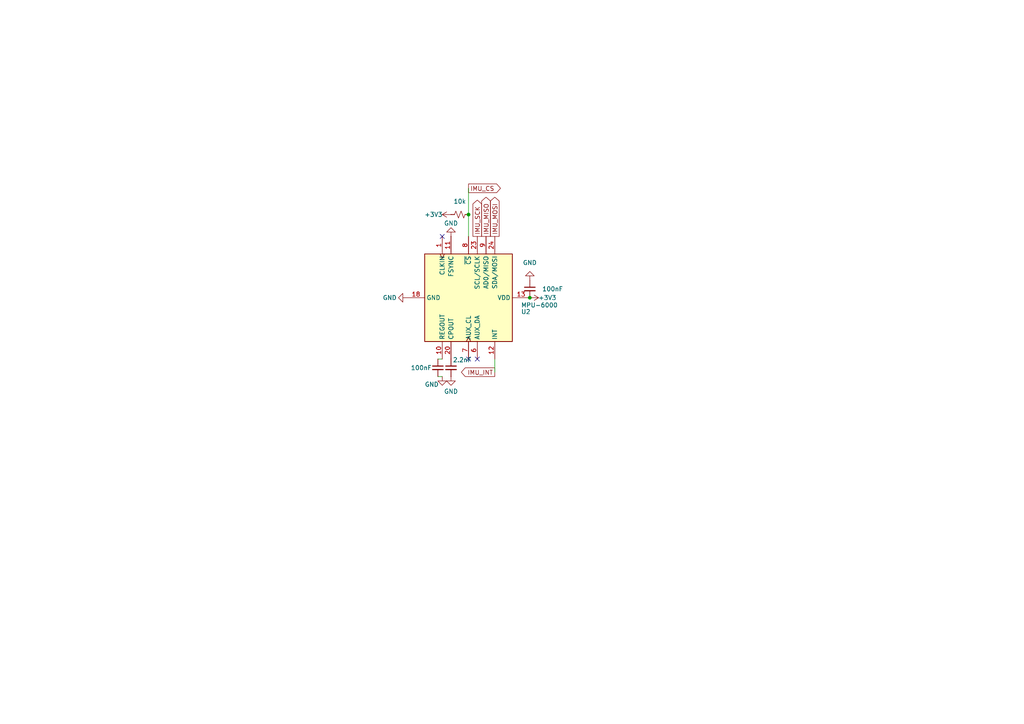
<source format=kicad_sch>
(kicad_sch (version 20250114) (generator "eeschema") (generator_version "9.0")
  (paper "A4")
  (title_block (date "2025-12-23") (rev "v1") (company "NeoDrone") (comment 1 "Made by Dulat Sarbassov") (comment 2 "dulatello08"))
  (lib_symbols
    (symbol "Device:C_Small" (pin_numbers (hide yes)) (pin_names (offset 0.254) (hide yes))
      (property "Reference" "C" (at 0.254 1.778 0))
      (property "Value" "C_Small" (at 0.254 -2.032 0))
      (symbol "C_Small_0_1"
        (polyline (pts (xy -1.524 0.508) (xy 1.524 0.508)) (stroke (width 0.3048)))
        (polyline (pts (xy -1.524 -0.508) (xy 1.524 -0.508)) (stroke (width 0.3302)))
      )
      (symbol "C_Small_1_1"
        (pin passive line (at 0 2.54 270) (length 2.032) (name "~") (number "1"))
        (pin passive line (at 0 -2.54 90) (length 2.032) (name "~") (number "2"))
      )
    )
    (symbol "Device:R_Small_US" (pin_numbers (hide yes)) (pin_names (offset 0.254) (hide yes))
      (property "Reference" "R" (at 0.762 0.508 0))
      (property "Value" "R_Small_US" (at 0.762 -1.016 0))
      (symbol "R_Small_US_1_1"
        (polyline (pts (xy 0 1.524) (xy 1.016 1.143) (xy 0 0.762) (xy -1.016 0.381) (xy 0 0)))
        (polyline (pts (xy 0 0) (xy 1.016 -0.381) (xy 0 -0.762) (xy -1.016 -1.143) (xy 0 -1.524)))
        (pin passive line (at 0 2.54 270) (length 1.016) (name "~") (number "1"))
        (pin passive line (at 0 -2.54 90) (length 1.016) (name "~") (number "2"))
      )
    )
    (symbol "Sensor_Motion:MPU-6000"
      (property "Reference" "U" (at -11.43 13.97 0))
      (property "Value" "MPU-6000" (at 7.62 -13.97 0))
      (symbol "MPU-6000_0_1"
        (rectangle (start -12.7 12.7) (end 12.7 -12.7) (stroke (width 0.254)) (fill (type background)))
      )
      (symbol "MPU-6000_1_1"
        (pin bidirectional line (at -17.78 7.62 0) (length 5.08) (name "SDA/MOSI") (number "24"))
        (pin bidirectional line (at -17.78 5.08 0) (length 5.08) (name "AD0/MISO") (number "9"))
        (pin input line (at -17.78 2.54 0) (length 5.08) (name "SCL/SCLK") (number "23"))
        (pin input line (at -17.78 0 0) (length 5.08) (name "~{CS}") (number "8"))
        (pin input line (at -17.78 -5.08 0) (length 5.08) (name "FSYNC") (number "11"))
        (pin input clock (at -17.78 -7.62 0) (length 5.08) (name "CLKIN") (number "1"))
        (pin power_in line (at 0 17.78 270) (length 5.08) (name "VDD") (number "13"))
        (pin power_in line (at 0 -17.78 90) (length 5.08) (name "GND") (number "18"))
        (pin output line (at 17.78 7.62 180) (length 5.08) (name "INT") (number "12"))
        (pin bidirectional line (at 17.78 2.54 180) (length 5.08) (name "AUX_DA") (number "6"))
        (pin output clock (at 17.78 0 180) (length 5.08) (name "AUX_CL") (number "7"))
        (pin passive line (at 17.78 -5.08 180) (length 5.08) (name "CPOUT") (number "20"))
        (pin passive line (at 17.78 -7.62 180) (length 5.08) (name "REGOUT") (number "10"))
      )
    )
    (symbol "power:+3V3" (power) (pin_numbers (hide yes)) (pin_names (offset 0) (hide yes))
      (property "Value" "+3V3" (at 0 3.556 0))
      (symbol "+3V3_0_1"
        (polyline (pts (xy -0.762 1.27) (xy 0 2.54)))
        (polyline (pts (xy 0 2.54) (xy 0.762 1.27)))
        (polyline (pts (xy 0 0) (xy 0 2.54)))
      )
      (symbol "+3V3_1_1"
        (pin power_in line (at 0 0 90) (length 0) (name "~") (number "1"))
      )
    )
    (symbol "power:GND" (power) (pin_numbers (hide yes)) (pin_names (offset 0) (hide yes))
      (property "Value" "GND" (at 0 -3.81 0))
      (symbol "GND_0_1"
        (polyline (pts (xy 0 0) (xy 0 -1.27) (xy 1.27 -1.27) (xy 0 -2.54) (xy -1.27 -1.27) (xy 0 -1.27)))
      )
      (symbol "GND_1_1"
        (pin power_in line (at 0 0 270) (length 0) (name "~") (number "1"))
      )
    )
  )
  (junction (at 135.89 62.23))
  (junction (at 153.67 86.36))
  (no_connect (at 138.43 104.14))
  (no_connect (at 128.27 68.58))
  (no_connect (at 135.89 104.14))
  (wire (pts (xy 135.89 62.23) (xy 135.89 68.58)))
  (wire (pts (xy 127 109.22) (xy 128.27 109.22)))
  (wire (pts (xy 143.51 107.95) (xy 143.51 104.14)))
  (wire (pts (xy 135.89 54.61) (xy 135.89 62.23)))
  (wire (pts (xy 127 104.14) (xy 128.27 104.14)))
  (global_label "IMU_SCK" (shape output) (at 138.43 68.58 90) (property "Intersheetrefs" "${INTERSHEET_REFS}" (effects (hide yes))))
  (global_label "IMU_MOSI" (shape output) (at 143.51 68.58 90) (property "Intersheetrefs" "${INTERSHEET_REFS}" (effects (hide yes))))
  (global_label "IMU_CS" (shape output) (at 135.89 54.61 0) (property "Intersheetrefs" "${INTERSHEET_REFS}" (effects (hide yes))))
  (global_label "IMU_INT" (shape output) (at 143.51 107.95 180) (property "Intersheetrefs" "${INTERSHEET_REFS}" (effects (hide yes))))
  (global_label "IMU_MISO" (shape output) (at 140.97 68.58 90) (property "Intersheetrefs" "${INTERSHEET_REFS}" (effects (hide yes))))
  (symbol (lib_id "power:GND") (at 130.81 68.58 180) (unit 1)
    (property "Reference" "#PWR017" (effects (hide yes)))
    (property "Value" "GND" (at 130.81 64.77 0))
    (property "Description" "Power symbol creates a global label with name \"GND\" , ground" (effects (hide yes)))
  )
  (symbol (lib_id "power:GND") (at 130.81 109.22 0) (unit 1)
    (property "Reference" "#PWR015" (effects (hide yes)))
    (property "Value" "GND" (at 130.81 113.538 0))
    (property "Description" "Power symbol creates a global label with name \"GND\" , ground" (effects (hide yes)))
  )
  (symbol (lib_id "power:GND") (at 153.67 81.28 180) (unit 1)
    (property "Reference" "#PWR014" (effects (hide yes)))
    (property "Value" "GND" (at 153.67 76.2 0))
    (property "Description" "Power symbol creates a global label with name \"GND\" , ground" (effects (hide yes)))
  )
  (symbol (lib_id "power:+3V3") (at 130.81 62.23 90) (unit 1)
    (property "Reference" "#PWR016" (effects (hide yes)))
    (property "Value" "+3V3" (at 125.73 62.23 90))
    (property "Description" "Power symbol creates a global label with name \"+3V3\"" (effects (hide yes)))
  )
  (symbol (lib_id "Device:C_Small") (at 130.81 106.68 0) (unit 1)
    (property "Reference" "C9" (effects (hide yes)))
    (property "Value" "2.2nF" (at 131.318 104.394 0) (effects (justify left)))
    (property "Footprint" "Capacitor_SMD:C_0603_1608Metric_Pad1.08x0.95mm_HandSolder" (effects (hide yes)))
    (property "Description" "Unpolarized capacitor, small symbol" (effects (hide yes)))
  )
  (symbol (lib_id "Device:R_Small_US") (at 133.35 62.23 90) (unit 1)
    (property "Reference" "R3" (effects (hide yes)))
    (property "Value" "10k" (at 133.35 58.42 90))
    (property "Footprint" "Resistor_SMD:R_0603_1608Metric_Pad0.98x0.95mm_HandSolder" (effects (hide yes)))
    (property "Description" "Resistor, small US symbol" (effects (hide yes)))
  )
  (symbol (lib_id "Sensor_Motion:MPU-6000") (at 135.89 86.36 270) (unit 1)
    (property "Reference" "U2" (at 151.13 90.424 90) (effects (justify left)))
    (property "Value" "MPU-6000" (at 151.13 88.5033 90) (effects (justify left)))
    (property "Footprint" "Sensor_Motion:InvenSense_QFN-24_4x4mm_P0.5mm" (effects (hide yes)))
    (property "Datasheet" "https://invensense.tdk.com/wp-content/uploads/2015/02/MPU-6000-Datasheet1.pdf" (effects (hide yes)))
    (property "Description" "InvenSense 6-Axis Motion Sensor, Gyroscope, Accelerometer, I2C/SPI" (effects (hide yes)))
  )
  (symbol (lib_id "Device:C_Small") (at 127 106.68 0) (unit 1)
    (property "Reference" "C7" (effects (hide yes)))
    (property "Value" "100nF" (at 119.126 106.68 0) (effects (justify left)))
    (property "Footprint" "Capacitor_SMD:C_0603_1608Metric_Pad1.08x0.95mm_HandSolder" (effects (hide yes)))
    (property "Description" "Unpolarized capacitor, small symbol" (effects (hide yes)))
  )
  (symbol (lib_id "power:GND") (at 128.27 109.22 0) (unit 1)
    (property "Reference" "#PWR013" (effects (hide yes)))
    (property "Value" "GND" (at 125.222 111.506 0))
    (property "Description" "Power symbol creates a global label with name \"GND\" , ground" (effects (hide yes)))
  )
  (symbol (lib_id "Device:C_Small") (at 153.67 83.82 0) (unit 1)
    (property "Reference" "C8" (effects (hide yes)))
    (property "Value" "100nF" (at 157.226 83.82 0) (effects (justify left)))
    (property "Footprint" "Capacitor_SMD:C_0603_1608Metric_Pad1.08x0.95mm_HandSolder" (effects (hide yes)))
    (property "Description" "Unpolarized capacitor, small symbol" (effects (hide yes)))
  )
  (symbol (lib_id "power:GND") (at 118.11 86.36 270) (unit 1)
    (property "Reference" "#PWR011" (effects (hide yes)))
    (property "Value" "GND" (at 113.03 86.36 90))
    (property "Description" "Power symbol creates a global label with name \"GND\" , ground" (effects (hide yes)))
  )
  (symbol (lib_id "power:+3V3") (at 153.67 86.36 270) (unit 1)
    (property "Reference" "#PWR012" (effects (hide yes)))
    (property "Value" "+3V3" (at 158.75 86.36 90))
    (property "Description" "Power symbol creates a global label with name \"+3V3\"" (effects (hide yes)))
  )
)
</source>
